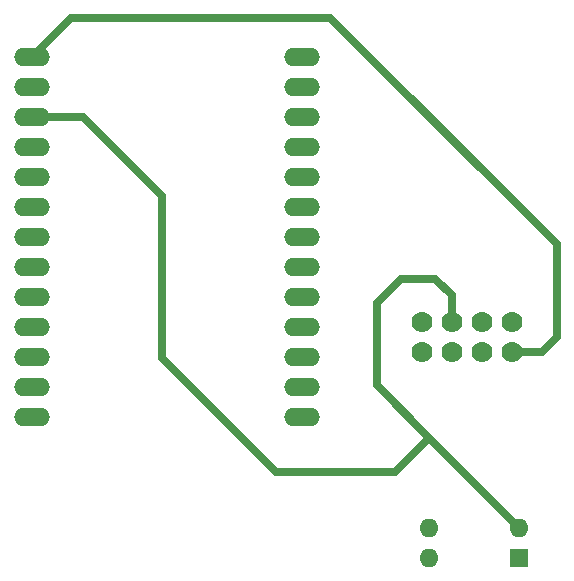
<source format=gbl>
G04 #@! TF.GenerationSoftware,KiCad,Pcbnew,5.99.0-unknown-9f841da98e~134~ubuntu20.04.1*
G04 #@! TF.CreationDate,2021-11-20T11:12:31+01:00*
G04 #@! TF.ProjectId,wt32-esp01-programmer,77743332-2d65-4737-9030-312d70726f67,rev?*
G04 #@! TF.SameCoordinates,Original*
G04 #@! TF.FileFunction,Copper,L2,Bot*
G04 #@! TF.FilePolarity,Positive*
%FSLAX46Y46*%
G04 Gerber Fmt 4.6, Leading zero omitted, Abs format (unit mm)*
G04 Created by KiCad (PCBNEW 5.99.0-unknown-9f841da98e~134~ubuntu20.04.1) date 2021-11-20 11:12:31*
%MOMM*%
%LPD*%
G01*
G04 APERTURE LIST*
G04 #@! TA.AperFunction,ComponentPad*
%ADD10C,1.778000*%
G04 #@! TD*
G04 #@! TA.AperFunction,ComponentPad*
%ADD11R,1.600000X1.600000*%
G04 #@! TD*
G04 #@! TA.AperFunction,ComponentPad*
%ADD12O,1.600000X1.600000*%
G04 #@! TD*
G04 #@! TA.AperFunction,ComponentPad*
%ADD13O,3.048000X1.524000*%
G04 #@! TD*
G04 #@! TA.AperFunction,Conductor*
%ADD14C,0.700000*%
G04 #@! TD*
G04 APERTURE END LIST*
D10*
X138176000Y-87630000D03*
X138176000Y-90170000D03*
X135636000Y-87630000D03*
X135636000Y-90170000D03*
X133096000Y-87630000D03*
X133096000Y-90170000D03*
X130556000Y-87630000D03*
X130556000Y-90170000D03*
D11*
X138811000Y-107569000D03*
D12*
X138811000Y-105029000D03*
X131191000Y-105029000D03*
X131191000Y-107569000D03*
D13*
X120396000Y-65151000D03*
X120396000Y-67691000D03*
X120396000Y-70231000D03*
X120396000Y-72771000D03*
X120396000Y-75311000D03*
X120396000Y-77851000D03*
X120396000Y-80391000D03*
X120396000Y-82931000D03*
X120396000Y-85471000D03*
X120396000Y-88011000D03*
X120396000Y-90551000D03*
X120396000Y-93091000D03*
X120396000Y-95631000D03*
X97536000Y-95631000D03*
X97536000Y-93091000D03*
X97536000Y-90551000D03*
X97536000Y-88011000D03*
X97536000Y-85471000D03*
X97536000Y-82931000D03*
X97536000Y-80391000D03*
X97536000Y-77851000D03*
X97536000Y-75311000D03*
X97536000Y-72771000D03*
X97536000Y-70231000D03*
X97536000Y-67691000D03*
X97536000Y-65151000D03*
D14*
X131699000Y-83947000D02*
X133096000Y-85344000D01*
X108585000Y-76962000D02*
X108585000Y-90678000D01*
X128270000Y-100330000D02*
X131191000Y-97409000D01*
X108585000Y-90678000D02*
X118237000Y-100330000D01*
X138811000Y-105029000D02*
X131191000Y-97409000D01*
X126746000Y-92964000D02*
X126746000Y-85979000D01*
X131191000Y-97409000D02*
X126746000Y-92964000D01*
X128778000Y-83947000D02*
X131699000Y-83947000D01*
X101854000Y-70231000D02*
X108585000Y-76962000D01*
X126746000Y-85979000D02*
X128778000Y-83947000D01*
X97536000Y-70231000D02*
X101854000Y-70231000D01*
X133096000Y-85344000D02*
X133096000Y-87630000D01*
X118237000Y-100330000D02*
X128270000Y-100330000D01*
X100838000Y-61849000D02*
X122809000Y-61849000D01*
X97536000Y-65151000D02*
X100838000Y-61849000D01*
X141986000Y-88900000D02*
X140716000Y-90170000D01*
X122809000Y-61849000D02*
X141986000Y-81026000D01*
X140716000Y-90170000D02*
X138176000Y-90170000D01*
X141986000Y-81026000D02*
X141986000Y-88900000D01*
M02*

</source>
